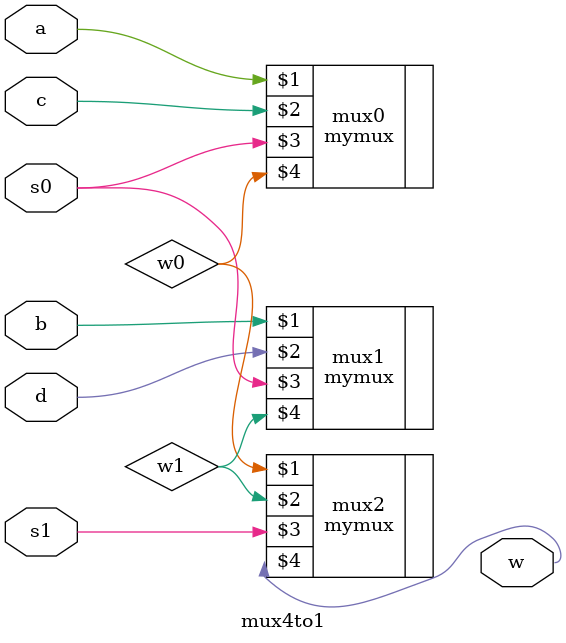
<source format=v>
`timescale 1ns/1ns

module mux4to1(input a , b , c , d , s0 , s1 , output w);

	wire w0 , w1;

	mymux mux0(a , c , s0 , w0);
	mymux mux1(b , d , s0 , w1);
	mymux mux2(w0 , w1 , s1 , w);

endmodule
</source>
